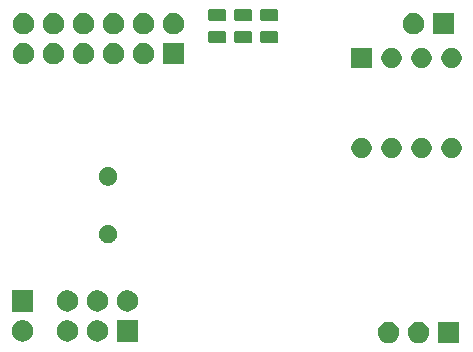
<source format=gbr>
G04 #@! TF.GenerationSoftware,KiCad,Pcbnew,5.1.6*
G04 #@! TF.CreationDate,2020-09-05T13:36:47+02:00*
G04 #@! TF.ProjectId,usynth,7573796e-7468-42e6-9b69-6361645f7063,2*
G04 #@! TF.SameCoordinates,Original*
G04 #@! TF.FileFunction,Soldermask,Bot*
G04 #@! TF.FilePolarity,Negative*
%FSLAX46Y46*%
G04 Gerber Fmt 4.6, Leading zero omitted, Abs format (unit mm)*
G04 Created by KiCad (PCBNEW 5.1.6) date 2020-09-05 13:36:47*
%MOMM*%
%LPD*%
G01*
G04 APERTURE LIST*
%ADD10C,0.100000*%
G04 APERTURE END LIST*
D10*
G36*
X153021512Y-87241927D02*
G01*
X153170812Y-87271624D01*
X153334784Y-87339544D01*
X153482354Y-87438147D01*
X153607853Y-87563646D01*
X153706456Y-87711216D01*
X153774376Y-87875188D01*
X153809000Y-88049259D01*
X153809000Y-88226741D01*
X153774376Y-88400812D01*
X153706456Y-88564784D01*
X153607853Y-88712354D01*
X153482354Y-88837853D01*
X153334784Y-88936456D01*
X153170812Y-89004376D01*
X153021512Y-89034073D01*
X152996742Y-89039000D01*
X152819258Y-89039000D01*
X152794488Y-89034073D01*
X152645188Y-89004376D01*
X152481216Y-88936456D01*
X152333646Y-88837853D01*
X152208147Y-88712354D01*
X152109544Y-88564784D01*
X152041624Y-88400812D01*
X152007000Y-88226741D01*
X152007000Y-88049259D01*
X152041624Y-87875188D01*
X152109544Y-87711216D01*
X152208147Y-87563646D01*
X152333646Y-87438147D01*
X152481216Y-87339544D01*
X152645188Y-87271624D01*
X152794488Y-87241927D01*
X152819258Y-87237000D01*
X152996742Y-87237000D01*
X153021512Y-87241927D01*
G37*
G36*
X158889000Y-89039000D02*
G01*
X157087000Y-89039000D01*
X157087000Y-87237000D01*
X158889000Y-87237000D01*
X158889000Y-89039000D01*
G37*
G36*
X155561512Y-87241927D02*
G01*
X155710812Y-87271624D01*
X155874784Y-87339544D01*
X156022354Y-87438147D01*
X156147853Y-87563646D01*
X156246456Y-87711216D01*
X156314376Y-87875188D01*
X156349000Y-88049259D01*
X156349000Y-88226741D01*
X156314376Y-88400812D01*
X156246456Y-88564784D01*
X156147853Y-88712354D01*
X156022354Y-88837853D01*
X155874784Y-88936456D01*
X155710812Y-89004376D01*
X155561512Y-89034073D01*
X155536742Y-89039000D01*
X155359258Y-89039000D01*
X155334488Y-89034073D01*
X155185188Y-89004376D01*
X155021216Y-88936456D01*
X154873646Y-88837853D01*
X154748147Y-88712354D01*
X154649544Y-88564784D01*
X154581624Y-88400812D01*
X154547000Y-88226741D01*
X154547000Y-88049259D01*
X154581624Y-87875188D01*
X154649544Y-87711216D01*
X154748147Y-87563646D01*
X154873646Y-87438147D01*
X155021216Y-87339544D01*
X155185188Y-87271624D01*
X155334488Y-87241927D01*
X155359258Y-87237000D01*
X155536742Y-87237000D01*
X155561512Y-87241927D01*
G37*
G36*
X125833512Y-87114927D02*
G01*
X125982812Y-87144624D01*
X126146784Y-87212544D01*
X126294354Y-87311147D01*
X126419853Y-87436646D01*
X126518456Y-87584216D01*
X126586376Y-87748188D01*
X126621000Y-87922259D01*
X126621000Y-88099741D01*
X126586376Y-88273812D01*
X126518456Y-88437784D01*
X126419853Y-88585354D01*
X126294354Y-88710853D01*
X126146784Y-88809456D01*
X125982812Y-88877376D01*
X125833512Y-88907073D01*
X125808742Y-88912000D01*
X125631258Y-88912000D01*
X125606488Y-88907073D01*
X125457188Y-88877376D01*
X125293216Y-88809456D01*
X125145646Y-88710853D01*
X125020147Y-88585354D01*
X124921544Y-88437784D01*
X124853624Y-88273812D01*
X124819000Y-88099741D01*
X124819000Y-87922259D01*
X124853624Y-87748188D01*
X124921544Y-87584216D01*
X125020147Y-87436646D01*
X125145646Y-87311147D01*
X125293216Y-87212544D01*
X125457188Y-87144624D01*
X125606488Y-87114927D01*
X125631258Y-87110000D01*
X125808742Y-87110000D01*
X125833512Y-87114927D01*
G37*
G36*
X122033512Y-87114927D02*
G01*
X122182812Y-87144624D01*
X122346784Y-87212544D01*
X122494354Y-87311147D01*
X122619853Y-87436646D01*
X122718456Y-87584216D01*
X122786376Y-87748188D01*
X122821000Y-87922259D01*
X122821000Y-88099741D01*
X122786376Y-88273812D01*
X122718456Y-88437784D01*
X122619853Y-88585354D01*
X122494354Y-88710853D01*
X122346784Y-88809456D01*
X122182812Y-88877376D01*
X122033512Y-88907073D01*
X122008742Y-88912000D01*
X121831258Y-88912000D01*
X121806488Y-88907073D01*
X121657188Y-88877376D01*
X121493216Y-88809456D01*
X121345646Y-88710853D01*
X121220147Y-88585354D01*
X121121544Y-88437784D01*
X121053624Y-88273812D01*
X121019000Y-88099741D01*
X121019000Y-87922259D01*
X121053624Y-87748188D01*
X121121544Y-87584216D01*
X121220147Y-87436646D01*
X121345646Y-87311147D01*
X121493216Y-87212544D01*
X121657188Y-87144624D01*
X121806488Y-87114927D01*
X121831258Y-87110000D01*
X122008742Y-87110000D01*
X122033512Y-87114927D01*
G37*
G36*
X128373512Y-87114927D02*
G01*
X128522812Y-87144624D01*
X128686784Y-87212544D01*
X128834354Y-87311147D01*
X128959853Y-87436646D01*
X129058456Y-87584216D01*
X129126376Y-87748188D01*
X129161000Y-87922259D01*
X129161000Y-88099741D01*
X129126376Y-88273812D01*
X129058456Y-88437784D01*
X128959853Y-88585354D01*
X128834354Y-88710853D01*
X128686784Y-88809456D01*
X128522812Y-88877376D01*
X128373512Y-88907073D01*
X128348742Y-88912000D01*
X128171258Y-88912000D01*
X128146488Y-88907073D01*
X127997188Y-88877376D01*
X127833216Y-88809456D01*
X127685646Y-88710853D01*
X127560147Y-88585354D01*
X127461544Y-88437784D01*
X127393624Y-88273812D01*
X127359000Y-88099741D01*
X127359000Y-87922259D01*
X127393624Y-87748188D01*
X127461544Y-87584216D01*
X127560147Y-87436646D01*
X127685646Y-87311147D01*
X127833216Y-87212544D01*
X127997188Y-87144624D01*
X128146488Y-87114927D01*
X128171258Y-87110000D01*
X128348742Y-87110000D01*
X128373512Y-87114927D01*
G37*
G36*
X131701000Y-88912000D02*
G01*
X129899000Y-88912000D01*
X129899000Y-87110000D01*
X131701000Y-87110000D01*
X131701000Y-88912000D01*
G37*
G36*
X125833512Y-84574927D02*
G01*
X125982812Y-84604624D01*
X126146784Y-84672544D01*
X126294354Y-84771147D01*
X126419853Y-84896646D01*
X126518456Y-85044216D01*
X126586376Y-85208188D01*
X126621000Y-85382259D01*
X126621000Y-85559741D01*
X126586376Y-85733812D01*
X126518456Y-85897784D01*
X126419853Y-86045354D01*
X126294354Y-86170853D01*
X126146784Y-86269456D01*
X125982812Y-86337376D01*
X125833512Y-86367073D01*
X125808742Y-86372000D01*
X125631258Y-86372000D01*
X125606488Y-86367073D01*
X125457188Y-86337376D01*
X125293216Y-86269456D01*
X125145646Y-86170853D01*
X125020147Y-86045354D01*
X124921544Y-85897784D01*
X124853624Y-85733812D01*
X124819000Y-85559741D01*
X124819000Y-85382259D01*
X124853624Y-85208188D01*
X124921544Y-85044216D01*
X125020147Y-84896646D01*
X125145646Y-84771147D01*
X125293216Y-84672544D01*
X125457188Y-84604624D01*
X125606488Y-84574927D01*
X125631258Y-84570000D01*
X125808742Y-84570000D01*
X125833512Y-84574927D01*
G37*
G36*
X122821000Y-86372000D02*
G01*
X121019000Y-86372000D01*
X121019000Y-84570000D01*
X122821000Y-84570000D01*
X122821000Y-86372000D01*
G37*
G36*
X128373512Y-84574927D02*
G01*
X128522812Y-84604624D01*
X128686784Y-84672544D01*
X128834354Y-84771147D01*
X128959853Y-84896646D01*
X129058456Y-85044216D01*
X129126376Y-85208188D01*
X129161000Y-85382259D01*
X129161000Y-85559741D01*
X129126376Y-85733812D01*
X129058456Y-85897784D01*
X128959853Y-86045354D01*
X128834354Y-86170853D01*
X128686784Y-86269456D01*
X128522812Y-86337376D01*
X128373512Y-86367073D01*
X128348742Y-86372000D01*
X128171258Y-86372000D01*
X128146488Y-86367073D01*
X127997188Y-86337376D01*
X127833216Y-86269456D01*
X127685646Y-86170853D01*
X127560147Y-86045354D01*
X127461544Y-85897784D01*
X127393624Y-85733812D01*
X127359000Y-85559741D01*
X127359000Y-85382259D01*
X127393624Y-85208188D01*
X127461544Y-85044216D01*
X127560147Y-84896646D01*
X127685646Y-84771147D01*
X127833216Y-84672544D01*
X127997188Y-84604624D01*
X128146488Y-84574927D01*
X128171258Y-84570000D01*
X128348742Y-84570000D01*
X128373512Y-84574927D01*
G37*
G36*
X130913512Y-84574927D02*
G01*
X131062812Y-84604624D01*
X131226784Y-84672544D01*
X131374354Y-84771147D01*
X131499853Y-84896646D01*
X131598456Y-85044216D01*
X131666376Y-85208188D01*
X131701000Y-85382259D01*
X131701000Y-85559741D01*
X131666376Y-85733812D01*
X131598456Y-85897784D01*
X131499853Y-86045354D01*
X131374354Y-86170853D01*
X131226784Y-86269456D01*
X131062812Y-86337376D01*
X130913512Y-86367073D01*
X130888742Y-86372000D01*
X130711258Y-86372000D01*
X130686488Y-86367073D01*
X130537188Y-86337376D01*
X130373216Y-86269456D01*
X130225646Y-86170853D01*
X130100147Y-86045354D01*
X130001544Y-85897784D01*
X129933624Y-85733812D01*
X129899000Y-85559741D01*
X129899000Y-85382259D01*
X129933624Y-85208188D01*
X130001544Y-85044216D01*
X130100147Y-84896646D01*
X130225646Y-84771147D01*
X130373216Y-84672544D01*
X130537188Y-84604624D01*
X130686488Y-84574927D01*
X130711258Y-84570000D01*
X130888742Y-84570000D01*
X130913512Y-84574927D01*
G37*
G36*
X129392642Y-79039781D02*
G01*
X129538414Y-79100162D01*
X129538416Y-79100163D01*
X129669608Y-79187822D01*
X129781178Y-79299392D01*
X129868837Y-79430584D01*
X129868838Y-79430586D01*
X129929219Y-79576358D01*
X129960000Y-79731107D01*
X129960000Y-79888893D01*
X129929219Y-80043642D01*
X129868838Y-80189414D01*
X129868837Y-80189416D01*
X129781178Y-80320608D01*
X129669608Y-80432178D01*
X129538416Y-80519837D01*
X129538415Y-80519838D01*
X129538414Y-80519838D01*
X129392642Y-80580219D01*
X129237893Y-80611000D01*
X129080107Y-80611000D01*
X128925358Y-80580219D01*
X128779586Y-80519838D01*
X128779585Y-80519838D01*
X128779584Y-80519837D01*
X128648392Y-80432178D01*
X128536822Y-80320608D01*
X128449163Y-80189416D01*
X128449162Y-80189414D01*
X128388781Y-80043642D01*
X128358000Y-79888893D01*
X128358000Y-79731107D01*
X128388781Y-79576358D01*
X128449162Y-79430586D01*
X128449163Y-79430584D01*
X128536822Y-79299392D01*
X128648392Y-79187822D01*
X128779584Y-79100163D01*
X128779586Y-79100162D01*
X128925358Y-79039781D01*
X129080107Y-79009000D01*
X129237893Y-79009000D01*
X129392642Y-79039781D01*
G37*
G36*
X129392642Y-74159781D02*
G01*
X129538414Y-74220162D01*
X129538416Y-74220163D01*
X129669608Y-74307822D01*
X129781178Y-74419392D01*
X129868837Y-74550584D01*
X129868838Y-74550586D01*
X129929219Y-74696358D01*
X129960000Y-74851107D01*
X129960000Y-75008893D01*
X129929219Y-75163642D01*
X129868838Y-75309414D01*
X129868837Y-75309416D01*
X129781178Y-75440608D01*
X129669608Y-75552178D01*
X129538416Y-75639837D01*
X129538415Y-75639838D01*
X129538414Y-75639838D01*
X129392642Y-75700219D01*
X129237893Y-75731000D01*
X129080107Y-75731000D01*
X128925358Y-75700219D01*
X128779586Y-75639838D01*
X128779585Y-75639838D01*
X128779584Y-75639837D01*
X128648392Y-75552178D01*
X128536822Y-75440608D01*
X128449163Y-75309416D01*
X128449162Y-75309414D01*
X128388781Y-75163642D01*
X128358000Y-75008893D01*
X128358000Y-74851107D01*
X128388781Y-74696358D01*
X128449162Y-74550586D01*
X128449163Y-74550584D01*
X128536822Y-74419392D01*
X128648392Y-74307822D01*
X128779584Y-74220163D01*
X128779586Y-74220162D01*
X128925358Y-74159781D01*
X129080107Y-74129000D01*
X129237893Y-74129000D01*
X129392642Y-74159781D01*
G37*
G36*
X158490228Y-71698703D02*
G01*
X158645100Y-71762853D01*
X158784481Y-71855985D01*
X158903015Y-71974519D01*
X158996147Y-72113900D01*
X159060297Y-72268772D01*
X159093000Y-72433184D01*
X159093000Y-72600816D01*
X159060297Y-72765228D01*
X158996147Y-72920100D01*
X158903015Y-73059481D01*
X158784481Y-73178015D01*
X158645100Y-73271147D01*
X158490228Y-73335297D01*
X158325816Y-73368000D01*
X158158184Y-73368000D01*
X157993772Y-73335297D01*
X157838900Y-73271147D01*
X157699519Y-73178015D01*
X157580985Y-73059481D01*
X157487853Y-72920100D01*
X157423703Y-72765228D01*
X157391000Y-72600816D01*
X157391000Y-72433184D01*
X157423703Y-72268772D01*
X157487853Y-72113900D01*
X157580985Y-71974519D01*
X157699519Y-71855985D01*
X157838900Y-71762853D01*
X157993772Y-71698703D01*
X158158184Y-71666000D01*
X158325816Y-71666000D01*
X158490228Y-71698703D01*
G37*
G36*
X150870228Y-71698703D02*
G01*
X151025100Y-71762853D01*
X151164481Y-71855985D01*
X151283015Y-71974519D01*
X151376147Y-72113900D01*
X151440297Y-72268772D01*
X151473000Y-72433184D01*
X151473000Y-72600816D01*
X151440297Y-72765228D01*
X151376147Y-72920100D01*
X151283015Y-73059481D01*
X151164481Y-73178015D01*
X151025100Y-73271147D01*
X150870228Y-73335297D01*
X150705816Y-73368000D01*
X150538184Y-73368000D01*
X150373772Y-73335297D01*
X150218900Y-73271147D01*
X150079519Y-73178015D01*
X149960985Y-73059481D01*
X149867853Y-72920100D01*
X149803703Y-72765228D01*
X149771000Y-72600816D01*
X149771000Y-72433184D01*
X149803703Y-72268772D01*
X149867853Y-72113900D01*
X149960985Y-71974519D01*
X150079519Y-71855985D01*
X150218900Y-71762853D01*
X150373772Y-71698703D01*
X150538184Y-71666000D01*
X150705816Y-71666000D01*
X150870228Y-71698703D01*
G37*
G36*
X153410228Y-71698703D02*
G01*
X153565100Y-71762853D01*
X153704481Y-71855985D01*
X153823015Y-71974519D01*
X153916147Y-72113900D01*
X153980297Y-72268772D01*
X154013000Y-72433184D01*
X154013000Y-72600816D01*
X153980297Y-72765228D01*
X153916147Y-72920100D01*
X153823015Y-73059481D01*
X153704481Y-73178015D01*
X153565100Y-73271147D01*
X153410228Y-73335297D01*
X153245816Y-73368000D01*
X153078184Y-73368000D01*
X152913772Y-73335297D01*
X152758900Y-73271147D01*
X152619519Y-73178015D01*
X152500985Y-73059481D01*
X152407853Y-72920100D01*
X152343703Y-72765228D01*
X152311000Y-72600816D01*
X152311000Y-72433184D01*
X152343703Y-72268772D01*
X152407853Y-72113900D01*
X152500985Y-71974519D01*
X152619519Y-71855985D01*
X152758900Y-71762853D01*
X152913772Y-71698703D01*
X153078184Y-71666000D01*
X153245816Y-71666000D01*
X153410228Y-71698703D01*
G37*
G36*
X155950228Y-71698703D02*
G01*
X156105100Y-71762853D01*
X156244481Y-71855985D01*
X156363015Y-71974519D01*
X156456147Y-72113900D01*
X156520297Y-72268772D01*
X156553000Y-72433184D01*
X156553000Y-72600816D01*
X156520297Y-72765228D01*
X156456147Y-72920100D01*
X156363015Y-73059481D01*
X156244481Y-73178015D01*
X156105100Y-73271147D01*
X155950228Y-73335297D01*
X155785816Y-73368000D01*
X155618184Y-73368000D01*
X155453772Y-73335297D01*
X155298900Y-73271147D01*
X155159519Y-73178015D01*
X155040985Y-73059481D01*
X154947853Y-72920100D01*
X154883703Y-72765228D01*
X154851000Y-72600816D01*
X154851000Y-72433184D01*
X154883703Y-72268772D01*
X154947853Y-72113900D01*
X155040985Y-71974519D01*
X155159519Y-71855985D01*
X155298900Y-71762853D01*
X155453772Y-71698703D01*
X155618184Y-71666000D01*
X155785816Y-71666000D01*
X155950228Y-71698703D01*
G37*
G36*
X155950228Y-64078703D02*
G01*
X156105100Y-64142853D01*
X156244481Y-64235985D01*
X156363015Y-64354519D01*
X156456147Y-64493900D01*
X156520297Y-64648772D01*
X156553000Y-64813184D01*
X156553000Y-64980816D01*
X156520297Y-65145228D01*
X156456147Y-65300100D01*
X156363015Y-65439481D01*
X156244481Y-65558015D01*
X156105100Y-65651147D01*
X155950228Y-65715297D01*
X155785816Y-65748000D01*
X155618184Y-65748000D01*
X155453772Y-65715297D01*
X155298900Y-65651147D01*
X155159519Y-65558015D01*
X155040985Y-65439481D01*
X154947853Y-65300100D01*
X154883703Y-65145228D01*
X154851000Y-64980816D01*
X154851000Y-64813184D01*
X154883703Y-64648772D01*
X154947853Y-64493900D01*
X155040985Y-64354519D01*
X155159519Y-64235985D01*
X155298900Y-64142853D01*
X155453772Y-64078703D01*
X155618184Y-64046000D01*
X155785816Y-64046000D01*
X155950228Y-64078703D01*
G37*
G36*
X153410228Y-64078703D02*
G01*
X153565100Y-64142853D01*
X153704481Y-64235985D01*
X153823015Y-64354519D01*
X153916147Y-64493900D01*
X153980297Y-64648772D01*
X154013000Y-64813184D01*
X154013000Y-64980816D01*
X153980297Y-65145228D01*
X153916147Y-65300100D01*
X153823015Y-65439481D01*
X153704481Y-65558015D01*
X153565100Y-65651147D01*
X153410228Y-65715297D01*
X153245816Y-65748000D01*
X153078184Y-65748000D01*
X152913772Y-65715297D01*
X152758900Y-65651147D01*
X152619519Y-65558015D01*
X152500985Y-65439481D01*
X152407853Y-65300100D01*
X152343703Y-65145228D01*
X152311000Y-64980816D01*
X152311000Y-64813184D01*
X152343703Y-64648772D01*
X152407853Y-64493900D01*
X152500985Y-64354519D01*
X152619519Y-64235985D01*
X152758900Y-64142853D01*
X152913772Y-64078703D01*
X153078184Y-64046000D01*
X153245816Y-64046000D01*
X153410228Y-64078703D01*
G37*
G36*
X151473000Y-65748000D02*
G01*
X149771000Y-65748000D01*
X149771000Y-64046000D01*
X151473000Y-64046000D01*
X151473000Y-65748000D01*
G37*
G36*
X158490228Y-64078703D02*
G01*
X158645100Y-64142853D01*
X158784481Y-64235985D01*
X158903015Y-64354519D01*
X158996147Y-64493900D01*
X159060297Y-64648772D01*
X159093000Y-64813184D01*
X159093000Y-64980816D01*
X159060297Y-65145228D01*
X158996147Y-65300100D01*
X158903015Y-65439481D01*
X158784481Y-65558015D01*
X158645100Y-65651147D01*
X158490228Y-65715297D01*
X158325816Y-65748000D01*
X158158184Y-65748000D01*
X157993772Y-65715297D01*
X157838900Y-65651147D01*
X157699519Y-65558015D01*
X157580985Y-65439481D01*
X157487853Y-65300100D01*
X157423703Y-65145228D01*
X157391000Y-64980816D01*
X157391000Y-64813184D01*
X157423703Y-64648772D01*
X157487853Y-64493900D01*
X157580985Y-64354519D01*
X157699519Y-64235985D01*
X157838900Y-64142853D01*
X157993772Y-64078703D01*
X158158184Y-64046000D01*
X158325816Y-64046000D01*
X158490228Y-64078703D01*
G37*
G36*
X124653512Y-63643927D02*
G01*
X124802812Y-63673624D01*
X124966784Y-63741544D01*
X125114354Y-63840147D01*
X125239853Y-63965646D01*
X125338456Y-64113216D01*
X125406376Y-64277188D01*
X125441000Y-64451259D01*
X125441000Y-64628741D01*
X125406376Y-64802812D01*
X125338456Y-64966784D01*
X125239853Y-65114354D01*
X125114354Y-65239853D01*
X124966784Y-65338456D01*
X124802812Y-65406376D01*
X124653512Y-65436073D01*
X124628742Y-65441000D01*
X124451258Y-65441000D01*
X124426488Y-65436073D01*
X124277188Y-65406376D01*
X124113216Y-65338456D01*
X123965646Y-65239853D01*
X123840147Y-65114354D01*
X123741544Y-64966784D01*
X123673624Y-64802812D01*
X123639000Y-64628741D01*
X123639000Y-64451259D01*
X123673624Y-64277188D01*
X123741544Y-64113216D01*
X123840147Y-63965646D01*
X123965646Y-63840147D01*
X124113216Y-63741544D01*
X124277188Y-63673624D01*
X124426488Y-63643927D01*
X124451258Y-63639000D01*
X124628742Y-63639000D01*
X124653512Y-63643927D01*
G37*
G36*
X122113512Y-63643927D02*
G01*
X122262812Y-63673624D01*
X122426784Y-63741544D01*
X122574354Y-63840147D01*
X122699853Y-63965646D01*
X122798456Y-64113216D01*
X122866376Y-64277188D01*
X122901000Y-64451259D01*
X122901000Y-64628741D01*
X122866376Y-64802812D01*
X122798456Y-64966784D01*
X122699853Y-65114354D01*
X122574354Y-65239853D01*
X122426784Y-65338456D01*
X122262812Y-65406376D01*
X122113512Y-65436073D01*
X122088742Y-65441000D01*
X121911258Y-65441000D01*
X121886488Y-65436073D01*
X121737188Y-65406376D01*
X121573216Y-65338456D01*
X121425646Y-65239853D01*
X121300147Y-65114354D01*
X121201544Y-64966784D01*
X121133624Y-64802812D01*
X121099000Y-64628741D01*
X121099000Y-64451259D01*
X121133624Y-64277188D01*
X121201544Y-64113216D01*
X121300147Y-63965646D01*
X121425646Y-63840147D01*
X121573216Y-63741544D01*
X121737188Y-63673624D01*
X121886488Y-63643927D01*
X121911258Y-63639000D01*
X122088742Y-63639000D01*
X122113512Y-63643927D01*
G37*
G36*
X135601000Y-65441000D02*
G01*
X133799000Y-65441000D01*
X133799000Y-63639000D01*
X135601000Y-63639000D01*
X135601000Y-65441000D01*
G37*
G36*
X132273512Y-63643927D02*
G01*
X132422812Y-63673624D01*
X132586784Y-63741544D01*
X132734354Y-63840147D01*
X132859853Y-63965646D01*
X132958456Y-64113216D01*
X133026376Y-64277188D01*
X133061000Y-64451259D01*
X133061000Y-64628741D01*
X133026376Y-64802812D01*
X132958456Y-64966784D01*
X132859853Y-65114354D01*
X132734354Y-65239853D01*
X132586784Y-65338456D01*
X132422812Y-65406376D01*
X132273512Y-65436073D01*
X132248742Y-65441000D01*
X132071258Y-65441000D01*
X132046488Y-65436073D01*
X131897188Y-65406376D01*
X131733216Y-65338456D01*
X131585646Y-65239853D01*
X131460147Y-65114354D01*
X131361544Y-64966784D01*
X131293624Y-64802812D01*
X131259000Y-64628741D01*
X131259000Y-64451259D01*
X131293624Y-64277188D01*
X131361544Y-64113216D01*
X131460147Y-63965646D01*
X131585646Y-63840147D01*
X131733216Y-63741544D01*
X131897188Y-63673624D01*
X132046488Y-63643927D01*
X132071258Y-63639000D01*
X132248742Y-63639000D01*
X132273512Y-63643927D01*
G37*
G36*
X127193512Y-63643927D02*
G01*
X127342812Y-63673624D01*
X127506784Y-63741544D01*
X127654354Y-63840147D01*
X127779853Y-63965646D01*
X127878456Y-64113216D01*
X127946376Y-64277188D01*
X127981000Y-64451259D01*
X127981000Y-64628741D01*
X127946376Y-64802812D01*
X127878456Y-64966784D01*
X127779853Y-65114354D01*
X127654354Y-65239853D01*
X127506784Y-65338456D01*
X127342812Y-65406376D01*
X127193512Y-65436073D01*
X127168742Y-65441000D01*
X126991258Y-65441000D01*
X126966488Y-65436073D01*
X126817188Y-65406376D01*
X126653216Y-65338456D01*
X126505646Y-65239853D01*
X126380147Y-65114354D01*
X126281544Y-64966784D01*
X126213624Y-64802812D01*
X126179000Y-64628741D01*
X126179000Y-64451259D01*
X126213624Y-64277188D01*
X126281544Y-64113216D01*
X126380147Y-63965646D01*
X126505646Y-63840147D01*
X126653216Y-63741544D01*
X126817188Y-63673624D01*
X126966488Y-63643927D01*
X126991258Y-63639000D01*
X127168742Y-63639000D01*
X127193512Y-63643927D01*
G37*
G36*
X129733512Y-63643927D02*
G01*
X129882812Y-63673624D01*
X130046784Y-63741544D01*
X130194354Y-63840147D01*
X130319853Y-63965646D01*
X130418456Y-64113216D01*
X130486376Y-64277188D01*
X130521000Y-64451259D01*
X130521000Y-64628741D01*
X130486376Y-64802812D01*
X130418456Y-64966784D01*
X130319853Y-65114354D01*
X130194354Y-65239853D01*
X130046784Y-65338456D01*
X129882812Y-65406376D01*
X129733512Y-65436073D01*
X129708742Y-65441000D01*
X129531258Y-65441000D01*
X129506488Y-65436073D01*
X129357188Y-65406376D01*
X129193216Y-65338456D01*
X129045646Y-65239853D01*
X128920147Y-65114354D01*
X128821544Y-64966784D01*
X128753624Y-64802812D01*
X128719000Y-64628741D01*
X128719000Y-64451259D01*
X128753624Y-64277188D01*
X128821544Y-64113216D01*
X128920147Y-63965646D01*
X129045646Y-63840147D01*
X129193216Y-63741544D01*
X129357188Y-63673624D01*
X129506488Y-63643927D01*
X129531258Y-63639000D01*
X129708742Y-63639000D01*
X129733512Y-63643927D01*
G37*
G36*
X143384468Y-62603565D02*
G01*
X143423138Y-62615296D01*
X143458777Y-62634346D01*
X143490017Y-62659983D01*
X143515654Y-62691223D01*
X143534704Y-62726862D01*
X143546435Y-62765532D01*
X143551000Y-62811888D01*
X143551000Y-63463112D01*
X143546435Y-63509468D01*
X143534704Y-63548138D01*
X143515654Y-63583777D01*
X143490017Y-63615017D01*
X143458777Y-63640654D01*
X143423138Y-63659704D01*
X143384468Y-63671435D01*
X143338112Y-63676000D01*
X142261888Y-63676000D01*
X142215532Y-63671435D01*
X142176862Y-63659704D01*
X142141223Y-63640654D01*
X142109983Y-63615017D01*
X142084346Y-63583777D01*
X142065296Y-63548138D01*
X142053565Y-63509468D01*
X142049000Y-63463112D01*
X142049000Y-62811888D01*
X142053565Y-62765532D01*
X142065296Y-62726862D01*
X142084346Y-62691223D01*
X142109983Y-62659983D01*
X142141223Y-62634346D01*
X142176862Y-62615296D01*
X142215532Y-62603565D01*
X142261888Y-62599000D01*
X143338112Y-62599000D01*
X143384468Y-62603565D01*
G37*
G36*
X138984468Y-62603565D02*
G01*
X139023138Y-62615296D01*
X139058777Y-62634346D01*
X139090017Y-62659983D01*
X139115654Y-62691223D01*
X139134704Y-62726862D01*
X139146435Y-62765532D01*
X139151000Y-62811888D01*
X139151000Y-63463112D01*
X139146435Y-63509468D01*
X139134704Y-63548138D01*
X139115654Y-63583777D01*
X139090017Y-63615017D01*
X139058777Y-63640654D01*
X139023138Y-63659704D01*
X138984468Y-63671435D01*
X138938112Y-63676000D01*
X137861888Y-63676000D01*
X137815532Y-63671435D01*
X137776862Y-63659704D01*
X137741223Y-63640654D01*
X137709983Y-63615017D01*
X137684346Y-63583777D01*
X137665296Y-63548138D01*
X137653565Y-63509468D01*
X137649000Y-63463112D01*
X137649000Y-62811888D01*
X137653565Y-62765532D01*
X137665296Y-62726862D01*
X137684346Y-62691223D01*
X137709983Y-62659983D01*
X137741223Y-62634346D01*
X137776862Y-62615296D01*
X137815532Y-62603565D01*
X137861888Y-62599000D01*
X138938112Y-62599000D01*
X138984468Y-62603565D01*
G37*
G36*
X141184468Y-62603565D02*
G01*
X141223138Y-62615296D01*
X141258777Y-62634346D01*
X141290017Y-62659983D01*
X141315654Y-62691223D01*
X141334704Y-62726862D01*
X141346435Y-62765532D01*
X141351000Y-62811888D01*
X141351000Y-63463112D01*
X141346435Y-63509468D01*
X141334704Y-63548138D01*
X141315654Y-63583777D01*
X141290017Y-63615017D01*
X141258777Y-63640654D01*
X141223138Y-63659704D01*
X141184468Y-63671435D01*
X141138112Y-63676000D01*
X140061888Y-63676000D01*
X140015532Y-63671435D01*
X139976862Y-63659704D01*
X139941223Y-63640654D01*
X139909983Y-63615017D01*
X139884346Y-63583777D01*
X139865296Y-63548138D01*
X139853565Y-63509468D01*
X139849000Y-63463112D01*
X139849000Y-62811888D01*
X139853565Y-62765532D01*
X139865296Y-62726862D01*
X139884346Y-62691223D01*
X139909983Y-62659983D01*
X139941223Y-62634346D01*
X139976862Y-62615296D01*
X140015532Y-62603565D01*
X140061888Y-62599000D01*
X141138112Y-62599000D01*
X141184468Y-62603565D01*
G37*
G36*
X122113512Y-61103927D02*
G01*
X122262812Y-61133624D01*
X122426784Y-61201544D01*
X122574354Y-61300147D01*
X122699853Y-61425646D01*
X122798456Y-61573216D01*
X122866376Y-61737188D01*
X122901000Y-61911259D01*
X122901000Y-62088741D01*
X122866376Y-62262812D01*
X122798456Y-62426784D01*
X122699853Y-62574354D01*
X122574354Y-62699853D01*
X122426784Y-62798456D01*
X122262812Y-62866376D01*
X122113512Y-62896073D01*
X122088742Y-62901000D01*
X121911258Y-62901000D01*
X121886488Y-62896073D01*
X121737188Y-62866376D01*
X121573216Y-62798456D01*
X121425646Y-62699853D01*
X121300147Y-62574354D01*
X121201544Y-62426784D01*
X121133624Y-62262812D01*
X121099000Y-62088741D01*
X121099000Y-61911259D01*
X121133624Y-61737188D01*
X121201544Y-61573216D01*
X121300147Y-61425646D01*
X121425646Y-61300147D01*
X121573216Y-61201544D01*
X121737188Y-61133624D01*
X121886488Y-61103927D01*
X121911258Y-61099000D01*
X122088742Y-61099000D01*
X122113512Y-61103927D01*
G37*
G36*
X124653512Y-61103927D02*
G01*
X124802812Y-61133624D01*
X124966784Y-61201544D01*
X125114354Y-61300147D01*
X125239853Y-61425646D01*
X125338456Y-61573216D01*
X125406376Y-61737188D01*
X125441000Y-61911259D01*
X125441000Y-62088741D01*
X125406376Y-62262812D01*
X125338456Y-62426784D01*
X125239853Y-62574354D01*
X125114354Y-62699853D01*
X124966784Y-62798456D01*
X124802812Y-62866376D01*
X124653512Y-62896073D01*
X124628742Y-62901000D01*
X124451258Y-62901000D01*
X124426488Y-62896073D01*
X124277188Y-62866376D01*
X124113216Y-62798456D01*
X123965646Y-62699853D01*
X123840147Y-62574354D01*
X123741544Y-62426784D01*
X123673624Y-62262812D01*
X123639000Y-62088741D01*
X123639000Y-61911259D01*
X123673624Y-61737188D01*
X123741544Y-61573216D01*
X123840147Y-61425646D01*
X123965646Y-61300147D01*
X124113216Y-61201544D01*
X124277188Y-61133624D01*
X124426488Y-61103927D01*
X124451258Y-61099000D01*
X124628742Y-61099000D01*
X124653512Y-61103927D01*
G37*
G36*
X127193512Y-61103927D02*
G01*
X127342812Y-61133624D01*
X127506784Y-61201544D01*
X127654354Y-61300147D01*
X127779853Y-61425646D01*
X127878456Y-61573216D01*
X127946376Y-61737188D01*
X127981000Y-61911259D01*
X127981000Y-62088741D01*
X127946376Y-62262812D01*
X127878456Y-62426784D01*
X127779853Y-62574354D01*
X127654354Y-62699853D01*
X127506784Y-62798456D01*
X127342812Y-62866376D01*
X127193512Y-62896073D01*
X127168742Y-62901000D01*
X126991258Y-62901000D01*
X126966488Y-62896073D01*
X126817188Y-62866376D01*
X126653216Y-62798456D01*
X126505646Y-62699853D01*
X126380147Y-62574354D01*
X126281544Y-62426784D01*
X126213624Y-62262812D01*
X126179000Y-62088741D01*
X126179000Y-61911259D01*
X126213624Y-61737188D01*
X126281544Y-61573216D01*
X126380147Y-61425646D01*
X126505646Y-61300147D01*
X126653216Y-61201544D01*
X126817188Y-61133624D01*
X126966488Y-61103927D01*
X126991258Y-61099000D01*
X127168742Y-61099000D01*
X127193512Y-61103927D01*
G37*
G36*
X129733512Y-61103927D02*
G01*
X129882812Y-61133624D01*
X130046784Y-61201544D01*
X130194354Y-61300147D01*
X130319853Y-61425646D01*
X130418456Y-61573216D01*
X130486376Y-61737188D01*
X130521000Y-61911259D01*
X130521000Y-62088741D01*
X130486376Y-62262812D01*
X130418456Y-62426784D01*
X130319853Y-62574354D01*
X130194354Y-62699853D01*
X130046784Y-62798456D01*
X129882812Y-62866376D01*
X129733512Y-62896073D01*
X129708742Y-62901000D01*
X129531258Y-62901000D01*
X129506488Y-62896073D01*
X129357188Y-62866376D01*
X129193216Y-62798456D01*
X129045646Y-62699853D01*
X128920147Y-62574354D01*
X128821544Y-62426784D01*
X128753624Y-62262812D01*
X128719000Y-62088741D01*
X128719000Y-61911259D01*
X128753624Y-61737188D01*
X128821544Y-61573216D01*
X128920147Y-61425646D01*
X129045646Y-61300147D01*
X129193216Y-61201544D01*
X129357188Y-61133624D01*
X129506488Y-61103927D01*
X129531258Y-61099000D01*
X129708742Y-61099000D01*
X129733512Y-61103927D01*
G37*
G36*
X132273512Y-61103927D02*
G01*
X132422812Y-61133624D01*
X132586784Y-61201544D01*
X132734354Y-61300147D01*
X132859853Y-61425646D01*
X132958456Y-61573216D01*
X133026376Y-61737188D01*
X133061000Y-61911259D01*
X133061000Y-62088741D01*
X133026376Y-62262812D01*
X132958456Y-62426784D01*
X132859853Y-62574354D01*
X132734354Y-62699853D01*
X132586784Y-62798456D01*
X132422812Y-62866376D01*
X132273512Y-62896073D01*
X132248742Y-62901000D01*
X132071258Y-62901000D01*
X132046488Y-62896073D01*
X131897188Y-62866376D01*
X131733216Y-62798456D01*
X131585646Y-62699853D01*
X131460147Y-62574354D01*
X131361544Y-62426784D01*
X131293624Y-62262812D01*
X131259000Y-62088741D01*
X131259000Y-61911259D01*
X131293624Y-61737188D01*
X131361544Y-61573216D01*
X131460147Y-61425646D01*
X131585646Y-61300147D01*
X131733216Y-61201544D01*
X131897188Y-61133624D01*
X132046488Y-61103927D01*
X132071258Y-61099000D01*
X132248742Y-61099000D01*
X132273512Y-61103927D01*
G37*
G36*
X134813512Y-61103927D02*
G01*
X134962812Y-61133624D01*
X135126784Y-61201544D01*
X135274354Y-61300147D01*
X135399853Y-61425646D01*
X135498456Y-61573216D01*
X135566376Y-61737188D01*
X135601000Y-61911259D01*
X135601000Y-62088741D01*
X135566376Y-62262812D01*
X135498456Y-62426784D01*
X135399853Y-62574354D01*
X135274354Y-62699853D01*
X135126784Y-62798456D01*
X134962812Y-62866376D01*
X134813512Y-62896073D01*
X134788742Y-62901000D01*
X134611258Y-62901000D01*
X134586488Y-62896073D01*
X134437188Y-62866376D01*
X134273216Y-62798456D01*
X134125646Y-62699853D01*
X134000147Y-62574354D01*
X133901544Y-62426784D01*
X133833624Y-62262812D01*
X133799000Y-62088741D01*
X133799000Y-61911259D01*
X133833624Y-61737188D01*
X133901544Y-61573216D01*
X134000147Y-61425646D01*
X134125646Y-61300147D01*
X134273216Y-61201544D01*
X134437188Y-61133624D01*
X134586488Y-61103927D01*
X134611258Y-61099000D01*
X134788742Y-61099000D01*
X134813512Y-61103927D01*
G37*
G36*
X155133512Y-61103927D02*
G01*
X155282812Y-61133624D01*
X155446784Y-61201544D01*
X155594354Y-61300147D01*
X155719853Y-61425646D01*
X155818456Y-61573216D01*
X155886376Y-61737188D01*
X155921000Y-61911259D01*
X155921000Y-62088741D01*
X155886376Y-62262812D01*
X155818456Y-62426784D01*
X155719853Y-62574354D01*
X155594354Y-62699853D01*
X155446784Y-62798456D01*
X155282812Y-62866376D01*
X155133512Y-62896073D01*
X155108742Y-62901000D01*
X154931258Y-62901000D01*
X154906488Y-62896073D01*
X154757188Y-62866376D01*
X154593216Y-62798456D01*
X154445646Y-62699853D01*
X154320147Y-62574354D01*
X154221544Y-62426784D01*
X154153624Y-62262812D01*
X154119000Y-62088741D01*
X154119000Y-61911259D01*
X154153624Y-61737188D01*
X154221544Y-61573216D01*
X154320147Y-61425646D01*
X154445646Y-61300147D01*
X154593216Y-61201544D01*
X154757188Y-61133624D01*
X154906488Y-61103927D01*
X154931258Y-61099000D01*
X155108742Y-61099000D01*
X155133512Y-61103927D01*
G37*
G36*
X158461000Y-62901000D02*
G01*
X156659000Y-62901000D01*
X156659000Y-61099000D01*
X158461000Y-61099000D01*
X158461000Y-62901000D01*
G37*
G36*
X138984468Y-60728565D02*
G01*
X139023138Y-60740296D01*
X139058777Y-60759346D01*
X139090017Y-60784983D01*
X139115654Y-60816223D01*
X139134704Y-60851862D01*
X139146435Y-60890532D01*
X139151000Y-60936888D01*
X139151000Y-61588112D01*
X139146435Y-61634468D01*
X139134704Y-61673138D01*
X139115654Y-61708777D01*
X139090017Y-61740017D01*
X139058777Y-61765654D01*
X139023138Y-61784704D01*
X138984468Y-61796435D01*
X138938112Y-61801000D01*
X137861888Y-61801000D01*
X137815532Y-61796435D01*
X137776862Y-61784704D01*
X137741223Y-61765654D01*
X137709983Y-61740017D01*
X137684346Y-61708777D01*
X137665296Y-61673138D01*
X137653565Y-61634468D01*
X137649000Y-61588112D01*
X137649000Y-60936888D01*
X137653565Y-60890532D01*
X137665296Y-60851862D01*
X137684346Y-60816223D01*
X137709983Y-60784983D01*
X137741223Y-60759346D01*
X137776862Y-60740296D01*
X137815532Y-60728565D01*
X137861888Y-60724000D01*
X138938112Y-60724000D01*
X138984468Y-60728565D01*
G37*
G36*
X143384468Y-60728565D02*
G01*
X143423138Y-60740296D01*
X143458777Y-60759346D01*
X143490017Y-60784983D01*
X143515654Y-60816223D01*
X143534704Y-60851862D01*
X143546435Y-60890532D01*
X143551000Y-60936888D01*
X143551000Y-61588112D01*
X143546435Y-61634468D01*
X143534704Y-61673138D01*
X143515654Y-61708777D01*
X143490017Y-61740017D01*
X143458777Y-61765654D01*
X143423138Y-61784704D01*
X143384468Y-61796435D01*
X143338112Y-61801000D01*
X142261888Y-61801000D01*
X142215532Y-61796435D01*
X142176862Y-61784704D01*
X142141223Y-61765654D01*
X142109983Y-61740017D01*
X142084346Y-61708777D01*
X142065296Y-61673138D01*
X142053565Y-61634468D01*
X142049000Y-61588112D01*
X142049000Y-60936888D01*
X142053565Y-60890532D01*
X142065296Y-60851862D01*
X142084346Y-60816223D01*
X142109983Y-60784983D01*
X142141223Y-60759346D01*
X142176862Y-60740296D01*
X142215532Y-60728565D01*
X142261888Y-60724000D01*
X143338112Y-60724000D01*
X143384468Y-60728565D01*
G37*
G36*
X141184468Y-60728565D02*
G01*
X141223138Y-60740296D01*
X141258777Y-60759346D01*
X141290017Y-60784983D01*
X141315654Y-60816223D01*
X141334704Y-60851862D01*
X141346435Y-60890532D01*
X141351000Y-60936888D01*
X141351000Y-61588112D01*
X141346435Y-61634468D01*
X141334704Y-61673138D01*
X141315654Y-61708777D01*
X141290017Y-61740017D01*
X141258777Y-61765654D01*
X141223138Y-61784704D01*
X141184468Y-61796435D01*
X141138112Y-61801000D01*
X140061888Y-61801000D01*
X140015532Y-61796435D01*
X139976862Y-61784704D01*
X139941223Y-61765654D01*
X139909983Y-61740017D01*
X139884346Y-61708777D01*
X139865296Y-61673138D01*
X139853565Y-61634468D01*
X139849000Y-61588112D01*
X139849000Y-60936888D01*
X139853565Y-60890532D01*
X139865296Y-60851862D01*
X139884346Y-60816223D01*
X139909983Y-60784983D01*
X139941223Y-60759346D01*
X139976862Y-60740296D01*
X140015532Y-60728565D01*
X140061888Y-60724000D01*
X141138112Y-60724000D01*
X141184468Y-60728565D01*
G37*
M02*

</source>
